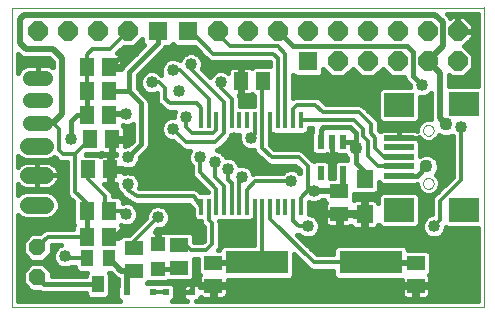
<source format=gtl>
G75*
G70*
%OFA0B0*%
%FSLAX24Y24*%
%IPPOS*%
%LPD*%
%AMOC8*
5,1,8,0,0,1.08239X$1,22.5*
%
%ADD10C,0.0000*%
%ADD11R,0.2100X0.0760*%
%ADD12R,0.0591X0.0512*%
%ADD13R,0.0512X0.0591*%
%ADD14R,0.0472X0.0472*%
%ADD15R,0.0630X0.0512*%
%ADD16C,0.0560*%
%ADD17R,0.0512X0.0630*%
%ADD18R,0.0984X0.0787*%
%ADD19R,0.0984X0.0197*%
%ADD20OC8,0.0560*%
%ADD21C,0.0516*%
%ADD22R,0.0640X0.0640*%
%ADD23OC8,0.0640*%
%ADD24R,0.0394X0.0551*%
%ADD25R,0.0236X0.0236*%
%ADD26R,0.0137X0.0550*%
%ADD27R,0.0217X0.0472*%
%ADD28R,0.0551X0.0630*%
%ADD29C,0.0140*%
%ADD30C,0.0200*%
%ADD31C,0.0160*%
%ADD32C,0.0400*%
%ADD33C,0.0436*%
D10*
X001678Y005413D02*
X001678Y015410D01*
X017403Y015410D01*
X017403Y015411D01*
X017403Y015410D02*
X017403Y005413D01*
X017403Y005411D01*
X017403Y005413D02*
X001678Y005413D01*
X015387Y009546D02*
X015389Y009572D01*
X015395Y009598D01*
X015405Y009623D01*
X015418Y009646D01*
X015434Y009666D01*
X015454Y009684D01*
X015476Y009699D01*
X015499Y009711D01*
X015525Y009719D01*
X015551Y009723D01*
X015577Y009723D01*
X015603Y009719D01*
X015629Y009711D01*
X015653Y009699D01*
X015674Y009684D01*
X015694Y009666D01*
X015710Y009646D01*
X015723Y009623D01*
X015733Y009598D01*
X015739Y009572D01*
X015741Y009546D01*
X015739Y009520D01*
X015733Y009494D01*
X015723Y009469D01*
X015710Y009446D01*
X015694Y009426D01*
X015674Y009408D01*
X015652Y009393D01*
X015629Y009381D01*
X015603Y009373D01*
X015577Y009369D01*
X015551Y009369D01*
X015525Y009373D01*
X015499Y009381D01*
X015475Y009393D01*
X015454Y009408D01*
X015434Y009426D01*
X015418Y009446D01*
X015405Y009469D01*
X015395Y009494D01*
X015389Y009520D01*
X015387Y009546D01*
X015387Y011317D02*
X015389Y011343D01*
X015395Y011369D01*
X015405Y011394D01*
X015418Y011417D01*
X015434Y011437D01*
X015454Y011455D01*
X015476Y011470D01*
X015499Y011482D01*
X015525Y011490D01*
X015551Y011494D01*
X015577Y011494D01*
X015603Y011490D01*
X015629Y011482D01*
X015653Y011470D01*
X015674Y011455D01*
X015694Y011437D01*
X015710Y011417D01*
X015723Y011394D01*
X015733Y011369D01*
X015739Y011343D01*
X015741Y011317D01*
X015739Y011291D01*
X015733Y011265D01*
X015723Y011240D01*
X015710Y011217D01*
X015694Y011197D01*
X015674Y011179D01*
X015652Y011164D01*
X015629Y011152D01*
X015603Y011144D01*
X015577Y011140D01*
X015551Y011140D01*
X015525Y011144D01*
X015499Y011152D01*
X015475Y011164D01*
X015454Y011179D01*
X015434Y011197D01*
X015418Y011217D01*
X015405Y011240D01*
X015395Y011265D01*
X015389Y011291D01*
X015387Y011317D01*
D11*
X013643Y006911D03*
X009843Y006911D03*
D12*
X008393Y006886D03*
X008393Y006137D03*
X012593Y008537D03*
X012593Y009286D03*
X015143Y006886D03*
X015143Y006137D03*
D13*
X004917Y007761D03*
X004169Y007761D03*
X004219Y010011D03*
X004967Y010011D03*
X005017Y011011D03*
X004269Y011011D03*
X004169Y012611D03*
X004917Y012611D03*
X004917Y013411D03*
X004169Y013411D03*
X009319Y012961D03*
X010067Y012961D03*
D14*
X006543Y007525D03*
X006543Y006698D03*
D15*
X007243Y006737D03*
X007243Y007486D03*
X005743Y007386D03*
X005743Y006637D03*
D16*
X002792Y008828D02*
X002232Y008828D01*
X002232Y009812D02*
X002792Y009812D01*
X002792Y010796D02*
X002232Y010796D01*
D17*
X004169Y011811D03*
X004917Y011811D03*
X004917Y008611D03*
X004169Y008611D03*
D18*
X014580Y008660D03*
X016746Y008660D03*
X016746Y012203D03*
X014580Y012164D03*
D19*
X014580Y011061D03*
X014580Y010746D03*
X014580Y010431D03*
X014580Y010117D03*
X014580Y009802D03*
D20*
X002523Y007411D03*
X002523Y006411D03*
D21*
X002286Y011563D02*
X002801Y011563D01*
X002801Y012311D02*
X002286Y012311D01*
X002286Y013063D02*
X002801Y013063D01*
D22*
X006543Y014611D03*
X007543Y014611D03*
X011543Y013611D03*
D23*
X012543Y013611D03*
X013543Y013611D03*
X014543Y013611D03*
X015543Y013611D03*
X016543Y013611D03*
X016543Y014611D03*
X015543Y014611D03*
X014543Y014611D03*
X013543Y014611D03*
X012543Y014611D03*
X011543Y014611D03*
X010543Y014611D03*
X009543Y014611D03*
X008543Y014611D03*
X005543Y014611D03*
X004543Y014611D03*
X003543Y014611D03*
X002543Y014611D03*
D24*
X004169Y007045D03*
X004917Y007045D03*
X004543Y006178D03*
D25*
X005510Y005911D03*
X006376Y005911D03*
X006810Y005911D03*
X007676Y005911D03*
D26*
X007979Y008772D03*
X008235Y008772D03*
X008491Y008772D03*
X008747Y008772D03*
X009003Y008772D03*
X009259Y008772D03*
X009515Y008772D03*
X009771Y008772D03*
X010027Y008772D03*
X010283Y008772D03*
X010539Y008772D03*
X010794Y008772D03*
X011050Y008772D03*
X011306Y008772D03*
X011306Y011651D03*
X011050Y011651D03*
X010794Y011651D03*
X010539Y011651D03*
X010283Y011651D03*
X010027Y011651D03*
X009771Y011651D03*
X009515Y011651D03*
X009259Y011651D03*
X009003Y011651D03*
X008747Y011651D03*
X008491Y011651D03*
X008235Y011651D03*
X007979Y011651D03*
D27*
X011969Y010923D03*
X012343Y010923D03*
X012717Y010923D03*
X012717Y009900D03*
X011969Y009900D03*
D28*
X013443Y009702D03*
X013443Y008521D03*
D29*
X011743Y009286D02*
X011569Y009286D01*
X011543Y009311D01*
X011306Y009075D01*
X011306Y008772D01*
X011050Y008772D02*
X011050Y008304D01*
X011243Y008111D01*
X011543Y008111D01*
X011743Y006911D02*
X010283Y008372D01*
X010283Y008772D01*
X010027Y008772D02*
X010027Y007028D01*
X010043Y007011D01*
X009943Y007011D01*
X009843Y006911D01*
X008343Y007511D02*
X008343Y008211D01*
X008243Y008311D01*
X008243Y008765D01*
X008235Y008772D01*
X007979Y008772D02*
X007740Y009111D01*
X005843Y009111D01*
X005543Y009311D01*
X005543Y009511D01*
X004793Y009111D02*
X004793Y008736D01*
X004917Y008611D01*
X005443Y008611D01*
X005493Y008511D01*
X004793Y009111D02*
X004219Y009686D01*
X004219Y010011D01*
X003793Y010536D02*
X003369Y010536D01*
X003243Y010661D01*
X003243Y011361D01*
X003043Y011561D01*
X002546Y011561D01*
X003793Y010536D02*
X003793Y009261D01*
X004143Y008911D01*
X004143Y008637D01*
X004169Y008611D01*
X004169Y007761D02*
X002873Y007761D01*
X002523Y007411D01*
X003443Y007111D02*
X003510Y007045D01*
X004169Y007045D01*
X005743Y007386D02*
X005743Y007611D01*
X006543Y008411D01*
X007243Y007486D02*
X007469Y007486D01*
X007643Y007311D01*
X008143Y007311D01*
X008343Y007511D01*
X009643Y008011D02*
X009771Y008139D01*
X009771Y008772D01*
X009515Y008772D02*
X009515Y009334D01*
X009793Y009611D01*
X010993Y009611D01*
X011543Y009311D02*
X011543Y010111D01*
X011243Y010411D01*
X010343Y010411D01*
X010027Y010728D01*
X010027Y011651D01*
X010027Y012921D01*
X010067Y012961D01*
X009319Y012961D02*
X009319Y012436D01*
X009443Y012311D01*
X009003Y012351D02*
X008643Y012711D01*
X008643Y012911D01*
X008747Y012257D02*
X007643Y013361D01*
X007643Y013511D01*
X007293Y013311D02*
X007043Y013311D01*
X007143Y013311D01*
X007293Y013311D02*
X008235Y012369D01*
X008235Y011651D01*
X007979Y011651D02*
X007979Y012075D01*
X007843Y012211D01*
X006943Y012211D01*
X006793Y012361D01*
X006793Y012711D01*
X006593Y012911D01*
X006343Y012911D01*
X007493Y011761D02*
X007493Y011411D01*
X007693Y011211D01*
X008393Y011211D01*
X008493Y011311D01*
X008493Y011649D01*
X008491Y011651D01*
X008747Y011651D02*
X008747Y011216D01*
X008443Y010911D01*
X007493Y010911D01*
X007043Y011361D01*
X007943Y010411D02*
X007943Y009911D01*
X008491Y009363D01*
X008491Y008772D01*
X008747Y008772D02*
X008747Y009457D01*
X008443Y009761D01*
X008443Y010261D01*
X008893Y010011D02*
X008893Y009661D01*
X009003Y009551D01*
X009003Y008772D01*
X009259Y008772D02*
X009259Y009678D01*
X009343Y009761D01*
X009643Y011061D02*
X009771Y011189D01*
X009771Y011651D01*
X010283Y011651D02*
X010283Y011222D01*
X010543Y010961D01*
X010393Y010961D02*
X010283Y011072D01*
X010283Y011651D01*
X010539Y011651D02*
X010543Y011855D01*
X010543Y013711D01*
X010393Y013861D01*
X008393Y013861D01*
X007743Y014511D01*
X007643Y014511D01*
X007543Y014611D01*
X008543Y014611D02*
X008543Y014511D01*
X008943Y014111D01*
X010543Y014111D01*
X010794Y013860D01*
X010794Y011651D01*
X011050Y011651D02*
X011050Y012019D01*
X011193Y012161D01*
X011793Y012161D01*
X012043Y011911D01*
X013243Y011911D01*
X013643Y011511D01*
X013643Y011211D01*
X013793Y011061D01*
X013793Y010711D01*
X014073Y010431D01*
X014580Y010431D01*
X014580Y010117D02*
X013888Y010117D01*
X013543Y010461D01*
X013543Y010961D01*
X013393Y011111D01*
X013393Y011361D01*
X013093Y011661D01*
X011317Y011661D01*
X011306Y011651D01*
X009003Y011651D02*
X009003Y012351D01*
X008747Y012257D02*
X008747Y011651D01*
X005543Y014611D02*
X004943Y014011D01*
X004343Y014011D01*
X004169Y013837D01*
X004169Y013411D01*
X004169Y012611D01*
X004269Y011011D02*
X003793Y010536D01*
X011743Y006911D02*
X013643Y006911D01*
X015743Y008111D02*
X015943Y008311D01*
X015943Y008961D01*
X016643Y009661D01*
X016643Y011411D01*
X006810Y005911D02*
X006376Y005911D01*
D30*
X005510Y005911D02*
X005510Y006604D01*
X005543Y006637D01*
X005743Y006637D01*
X005543Y006637D02*
X005324Y006637D01*
X004917Y007045D01*
X008393Y006886D02*
X009517Y006886D01*
X009543Y006911D01*
X009843Y006911D01*
X013643Y006911D02*
X013843Y006911D01*
X013869Y006886D01*
X015143Y006886D01*
X012717Y009410D02*
X012593Y009286D01*
X011743Y009286D01*
X012717Y009410D02*
X012717Y009900D01*
X015943Y011711D02*
X016143Y011511D01*
X015943Y011711D02*
X015943Y013211D01*
X015543Y013611D01*
X016043Y014111D01*
X016043Y014911D01*
X015793Y015161D01*
X002093Y015161D01*
X001943Y015011D01*
X001943Y014211D01*
X002143Y014011D01*
X003043Y014011D01*
X003343Y013711D01*
X003343Y011861D01*
X003043Y011561D01*
X002544Y011563D02*
X002542Y011561D01*
X002143Y011561D01*
X004917Y011811D02*
X004967Y011861D01*
X005493Y011861D01*
X010067Y012961D02*
X010193Y013086D01*
D31*
X010273Y013457D02*
X009728Y013457D01*
X009677Y013406D01*
X009644Y013424D01*
X009598Y013437D01*
X009367Y013437D01*
X009367Y013010D01*
X009271Y013010D01*
X009271Y013437D01*
X009039Y013437D01*
X008993Y013424D01*
X008952Y013401D01*
X008919Y013367D01*
X008895Y013326D01*
X008883Y013280D01*
X008883Y013237D01*
X008869Y013251D01*
X008722Y013311D01*
X008563Y013311D01*
X008416Y013251D01*
X008304Y013138D01*
X008287Y013099D01*
X008017Y013369D01*
X008043Y013432D01*
X008043Y013591D01*
X007982Y013738D01*
X007869Y013851D01*
X007722Y013911D01*
X007563Y013911D01*
X007416Y013851D01*
X007304Y013738D01*
X007268Y013651D01*
X007122Y013711D01*
X006963Y013711D01*
X006816Y013651D01*
X006704Y013538D01*
X006643Y013391D01*
X006643Y013232D01*
X006667Y013173D01*
X006647Y013181D01*
X006638Y013181D01*
X006569Y013251D01*
X006422Y013311D01*
X006263Y013311D01*
X006116Y013251D01*
X006004Y013138D01*
X005943Y012991D01*
X005943Y012832D01*
X006004Y012685D01*
X006116Y012572D01*
X006263Y012511D01*
X006422Y012511D01*
X006523Y012553D01*
X006523Y012308D01*
X006564Y012209D01*
X006640Y012133D01*
X006790Y011983D01*
X006889Y011941D01*
X006997Y011941D01*
X007134Y011941D01*
X007093Y011841D01*
X007093Y011761D01*
X006963Y011761D01*
X006816Y011701D01*
X006704Y011588D01*
X006643Y011441D01*
X006643Y011282D01*
X006704Y011135D01*
X006816Y011022D01*
X006963Y010961D01*
X007061Y010961D01*
X007340Y010683D01*
X007439Y010641D01*
X007547Y010641D01*
X007607Y010641D01*
X007604Y010638D01*
X007543Y010491D01*
X007543Y010332D01*
X007604Y010185D01*
X007673Y010116D01*
X007673Y009858D01*
X007714Y009759D01*
X007790Y009683D01*
X008221Y009251D01*
X008221Y009247D01*
X008084Y009247D01*
X007976Y009247D01*
X007969Y009264D01*
X007947Y009286D01*
X007930Y009311D01*
X007910Y009324D01*
X007893Y009340D01*
X007865Y009352D01*
X007839Y009368D01*
X007816Y009372D01*
X007794Y009381D01*
X007763Y009381D01*
X007733Y009387D01*
X007710Y009381D01*
X005925Y009381D01*
X005922Y009383D01*
X005943Y009432D01*
X005943Y009591D01*
X005882Y009738D01*
X005769Y009851D01*
X005622Y009911D01*
X005463Y009911D01*
X005403Y009886D01*
X005403Y009963D01*
X005015Y009963D01*
X005015Y009536D01*
X005143Y009536D01*
X005143Y009432D01*
X005204Y009285D01*
X005301Y009188D01*
X005304Y009184D01*
X005314Y009159D01*
X005333Y009139D01*
X005348Y009117D01*
X005371Y009102D01*
X005390Y009083D01*
X005415Y009072D01*
X005671Y008902D01*
X005690Y008883D01*
X005715Y008872D01*
X005738Y008857D01*
X005764Y008852D01*
X005789Y008841D01*
X005816Y008841D01*
X005843Y008836D01*
X005869Y008841D01*
X007600Y008841D01*
X007711Y008684D01*
X007711Y008414D01*
X007828Y008297D01*
X007973Y008297D01*
X007973Y008258D01*
X008014Y008159D01*
X008073Y008100D01*
X008073Y007623D01*
X008031Y007581D01*
X007758Y007581D01*
X007758Y007824D01*
X007641Y007941D01*
X006845Y007941D01*
X006836Y007932D01*
X006803Y007941D01*
X006581Y007941D01*
X006581Y007563D01*
X006505Y007563D01*
X006505Y007941D01*
X006454Y007941D01*
X006525Y008011D01*
X006622Y008011D01*
X006769Y008072D01*
X006882Y008185D01*
X006943Y008332D01*
X006943Y008491D01*
X006882Y008638D01*
X006769Y008751D01*
X006622Y008811D01*
X006463Y008811D01*
X006316Y008751D01*
X006204Y008638D01*
X006143Y008491D01*
X006143Y008393D01*
X005591Y007841D01*
X005353Y007841D01*
X005353Y008080D01*
X005340Y008126D01*
X005329Y008147D01*
X005413Y008111D01*
X005572Y008111D01*
X005719Y008172D01*
X005832Y008285D01*
X005893Y008432D01*
X005893Y008591D01*
X005832Y008738D01*
X005719Y008851D01*
X005572Y008911D01*
X005413Y008911D01*
X005373Y008895D01*
X005373Y009009D01*
X005256Y009126D01*
X005063Y009126D01*
X005063Y009165D01*
X005022Y009264D01*
X004946Y009340D01*
X004750Y009536D01*
X004919Y009536D01*
X004919Y009963D01*
X005015Y009963D01*
X005015Y010059D01*
X005347Y010059D01*
X005463Y010011D01*
X005622Y010011D01*
X005769Y010072D01*
X005882Y010185D01*
X005943Y010332D01*
X005943Y010416D01*
X006151Y010624D01*
X006230Y010703D01*
X006273Y010806D01*
X006273Y012156D01*
X006273Y012267D01*
X006230Y012370D01*
X005873Y012727D01*
X005873Y013146D01*
X006780Y014053D01*
X006796Y014091D01*
X006946Y014091D01*
X007043Y014189D01*
X007140Y014091D01*
X007781Y014091D01*
X008164Y013709D01*
X008240Y013633D01*
X008339Y013591D01*
X010273Y013591D01*
X010273Y013457D01*
X010273Y013556D02*
X008043Y013556D01*
X008028Y013397D02*
X008949Y013397D01*
X008883Y013239D02*
X008881Y013239D01*
X009271Y013239D02*
X009367Y013239D01*
X009367Y013397D02*
X009271Y013397D01*
X009271Y013080D02*
X009367Y013080D01*
X009367Y012913D02*
X009367Y012486D01*
X009598Y012486D01*
X009644Y012499D01*
X009677Y012517D01*
X009728Y012466D01*
X009757Y012466D01*
X009757Y012126D01*
X009666Y012126D01*
X009364Y012126D01*
X009273Y012126D01*
X009273Y012298D01*
X009273Y012405D01*
X009239Y012486D01*
X009271Y012486D01*
X009271Y012913D01*
X009367Y012913D01*
X009367Y012763D02*
X009271Y012763D01*
X009271Y012604D02*
X009367Y012604D01*
X009256Y012446D02*
X009757Y012446D01*
X009757Y012287D02*
X009273Y012287D01*
X009273Y012129D02*
X009757Y012129D01*
X009257Y011176D02*
X009243Y011141D01*
X009243Y010982D01*
X009304Y010835D01*
X009416Y010722D01*
X009563Y010661D01*
X009722Y010661D01*
X009757Y010676D01*
X009757Y010674D01*
X009798Y010575D01*
X010114Y010259D01*
X010114Y010259D01*
X010190Y010183D01*
X010289Y010141D01*
X011131Y010141D01*
X011273Y010000D01*
X011273Y009897D01*
X011219Y009951D01*
X011072Y010011D01*
X010913Y010011D01*
X010766Y009951D01*
X010697Y009881D01*
X009739Y009881D01*
X009728Y009877D01*
X009682Y009988D01*
X009569Y010101D01*
X009422Y010161D01*
X009264Y010161D01*
X009232Y010238D01*
X009119Y010351D01*
X008972Y010411D01*
X008814Y010411D01*
X008782Y010488D01*
X008669Y010601D01*
X008534Y010657D01*
X008596Y010683D01*
X008672Y010759D01*
X008976Y011063D01*
X009017Y011162D01*
X009017Y011176D01*
X009108Y011176D01*
X009257Y011176D01*
X009243Y011019D02*
X008932Y011019D01*
X008774Y010861D02*
X009293Y010861D01*
X009466Y010702D02*
X008615Y010702D01*
X008727Y010543D02*
X009829Y010543D01*
X009988Y010385D02*
X009037Y010385D01*
X009237Y010226D02*
X010146Y010226D01*
X009715Y009909D02*
X010725Y009909D01*
X011205Y010068D02*
X009602Y010068D01*
X010297Y010839D02*
X010455Y010681D01*
X011189Y010681D01*
X011297Y010681D01*
X011396Y010640D01*
X011696Y010340D01*
X011739Y010297D01*
X011778Y010336D01*
X012160Y010336D01*
X012277Y010219D01*
X012277Y009741D01*
X012409Y009741D01*
X012409Y010219D01*
X012526Y010336D01*
X012863Y010336D01*
X012863Y010400D01*
X012788Y010475D01*
X012783Y010487D01*
X012526Y010487D01*
X012499Y010514D01*
X012475Y010507D01*
X012343Y010507D01*
X012343Y010923D01*
X012343Y010923D01*
X012343Y010507D01*
X012211Y010507D01*
X012186Y010514D01*
X012160Y010487D01*
X011778Y010487D01*
X011661Y010604D01*
X011661Y011242D01*
X011689Y011271D01*
X011689Y011391D01*
X011575Y011391D01*
X011575Y011293D01*
X011458Y011176D01*
X011155Y011176D01*
X010899Y011176D01*
X010643Y011176D01*
X010387Y011176D01*
X010367Y011196D01*
X010297Y011196D01*
X010297Y010839D01*
X010297Y010861D02*
X011661Y010861D01*
X011661Y011019D02*
X010297Y011019D01*
X010297Y011178D02*
X010385Y011178D01*
X010434Y010702D02*
X011661Y010702D01*
X011721Y010543D02*
X011493Y010543D01*
X011651Y010385D02*
X012863Y010385D01*
X013143Y010211D02*
X013143Y010711D01*
X013131Y010723D01*
X013143Y010711D02*
X013143Y010911D01*
X013131Y010923D01*
X012717Y010923D01*
X012343Y010861D02*
X012343Y010861D01*
X012343Y010702D02*
X012343Y010702D01*
X012343Y010543D02*
X012343Y010543D01*
X012269Y010226D02*
X012416Y010226D01*
X012409Y010068D02*
X012277Y010068D01*
X012277Y009909D02*
X012409Y009909D01*
X012409Y009751D02*
X012277Y009751D01*
X013143Y010211D02*
X013443Y009911D01*
X013443Y009702D01*
X013918Y009590D02*
X014005Y009503D01*
X015155Y009503D01*
X015174Y009522D01*
X015187Y009522D01*
X015187Y009471D01*
X015245Y009332D01*
X015351Y009226D01*
X015489Y009169D01*
X015639Y009169D01*
X015778Y009226D01*
X015884Y009332D01*
X015942Y009471D01*
X015942Y009621D01*
X015884Y009759D01*
X015808Y009835D01*
X015847Y009875D01*
X015911Y010028D01*
X015911Y010195D01*
X015847Y010348D01*
X015730Y010466D01*
X015576Y010530D01*
X015410Y010530D01*
X015272Y010473D01*
X015272Y010565D01*
X015272Y010928D01*
X015252Y010948D01*
X015252Y011061D01*
X014581Y011061D01*
X014581Y011062D01*
X015252Y011062D01*
X015252Y011096D01*
X015351Y010998D01*
X015489Y010940D01*
X015639Y010940D01*
X015778Y010998D01*
X015884Y011104D01*
X015906Y011157D01*
X016060Y011093D01*
X016226Y011093D01*
X016346Y011143D01*
X016373Y011116D01*
X016373Y009773D01*
X015790Y009190D01*
X015714Y009114D01*
X015673Y009015D01*
X015673Y008511D01*
X015663Y008511D01*
X015516Y008451D01*
X015404Y008338D01*
X015343Y008191D01*
X015343Y008032D01*
X015404Y007885D01*
X015516Y007772D01*
X015663Y007711D01*
X015822Y007711D01*
X015969Y007772D01*
X016082Y007885D01*
X016143Y008032D01*
X016143Y008094D01*
X016171Y008066D01*
X017203Y008066D01*
X017203Y005613D01*
X007818Y005613D01*
X007863Y005626D01*
X007905Y005649D01*
X007938Y005683D01*
X007962Y005724D01*
X007970Y005755D01*
X007987Y005738D01*
X008028Y005714D01*
X008074Y005702D01*
X008345Y005702D01*
X008345Y006089D01*
X008441Y006089D01*
X008441Y005702D01*
X008712Y005702D01*
X008758Y005714D01*
X008799Y005738D01*
X008832Y005771D01*
X008856Y005812D01*
X008868Y005858D01*
X008868Y006089D01*
X008441Y006089D01*
X008441Y006185D01*
X008868Y006185D01*
X008868Y006331D01*
X010976Y006331D01*
X011093Y006449D01*
X011093Y007180D01*
X011590Y006683D01*
X011689Y006641D01*
X011797Y006641D01*
X012393Y006641D01*
X012393Y006449D01*
X012510Y006331D01*
X014668Y006331D01*
X014668Y006185D01*
X015095Y006185D01*
X015095Y006089D01*
X015191Y006089D01*
X015191Y005702D01*
X015462Y005702D01*
X015508Y005714D01*
X015549Y005738D01*
X015582Y005771D01*
X015606Y005812D01*
X015618Y005858D01*
X015618Y006089D01*
X015191Y006089D01*
X015191Y006185D01*
X015618Y006185D01*
X015618Y006417D01*
X015606Y006463D01*
X015587Y006496D01*
X015638Y006547D01*
X015638Y007224D01*
X015521Y007341D01*
X014893Y007341D01*
X014893Y007374D01*
X014776Y007491D01*
X012510Y007491D01*
X012393Y007374D01*
X012393Y007181D01*
X011855Y007181D01*
X011195Y007841D01*
X011247Y007841D01*
X011316Y007772D01*
X011463Y007711D01*
X011622Y007711D01*
X011769Y007772D01*
X011882Y007885D01*
X011943Y008032D01*
X011943Y008191D01*
X011882Y008338D01*
X011769Y008451D01*
X011622Y008511D01*
X011575Y008511D01*
X011575Y008715D01*
X011576Y008718D01*
X011576Y008922D01*
X011663Y008886D01*
X011822Y008886D01*
X011969Y008946D01*
X012008Y008986D01*
X012098Y008986D01*
X012098Y008947D01*
X012149Y008896D01*
X012130Y008863D01*
X012118Y008817D01*
X012118Y008585D01*
X012545Y008585D01*
X012545Y008489D01*
X012641Y008489D01*
X012641Y008102D01*
X012912Y008102D01*
X012958Y008114D01*
X012999Y008138D01*
X013000Y008136D01*
X013023Y008095D01*
X013057Y008062D01*
X013098Y008038D01*
X013144Y008026D01*
X013385Y008026D01*
X013385Y008463D01*
X013501Y008463D01*
X013501Y008026D01*
X013742Y008026D01*
X013788Y008038D01*
X013829Y008062D01*
X013862Y008095D01*
X013886Y008136D01*
X013896Y008175D01*
X014005Y008066D01*
X015155Y008066D01*
X015272Y008183D01*
X015272Y009136D01*
X015155Y009254D01*
X014005Y009254D01*
X013888Y009136D01*
X013888Y008898D01*
X013886Y008905D01*
X013862Y008946D01*
X013829Y008980D01*
X013788Y009004D01*
X013742Y009016D01*
X013501Y009016D01*
X013501Y008579D01*
X013385Y008579D01*
X013385Y009016D01*
X013144Y009016D01*
X013098Y009004D01*
X013088Y008998D01*
X013088Y009187D01*
X013801Y009187D01*
X013918Y009304D01*
X013918Y009590D01*
X013918Y009434D02*
X015203Y009434D01*
X015302Y009275D02*
X013889Y009275D01*
X013888Y009117D02*
X013088Y009117D01*
X013385Y008958D02*
X013501Y008958D01*
X013501Y008799D02*
X013385Y008799D01*
X013385Y008641D02*
X013501Y008641D01*
X013385Y008579D02*
X012987Y008579D01*
X012987Y008585D01*
X012641Y008585D01*
X012641Y008489D01*
X013068Y008489D01*
X013068Y008463D01*
X013385Y008463D01*
X013385Y008579D01*
X013385Y008482D02*
X013068Y008482D01*
X013385Y008324D02*
X013501Y008324D01*
X013501Y008165D02*
X013385Y008165D01*
X012999Y008138D02*
X012999Y008138D01*
X012641Y008165D02*
X012545Y008165D01*
X012545Y008102D02*
X012545Y008489D01*
X012118Y008489D01*
X012118Y008258D01*
X012130Y008212D01*
X012154Y008171D01*
X012187Y008138D01*
X012228Y008114D01*
X012274Y008102D01*
X012545Y008102D01*
X012545Y008324D02*
X012641Y008324D01*
X012641Y008482D02*
X012545Y008482D01*
X012118Y008482D02*
X011693Y008482D01*
X011575Y008641D02*
X012118Y008641D01*
X012118Y008799D02*
X011576Y008799D01*
X011981Y008958D02*
X012098Y008958D01*
X012118Y008324D02*
X011888Y008324D01*
X011943Y008165D02*
X012159Y008165D01*
X011932Y008007D02*
X015353Y008007D01*
X015343Y008165D02*
X015254Y008165D01*
X015272Y008324D02*
X015398Y008324D01*
X015272Y008482D02*
X015593Y008482D01*
X015673Y008641D02*
X015272Y008641D01*
X015272Y008799D02*
X015673Y008799D01*
X015673Y008958D02*
X015272Y008958D01*
X015272Y009117D02*
X015716Y009117D01*
X015827Y009275D02*
X015875Y009275D01*
X015926Y009434D02*
X016033Y009434D01*
X015942Y009592D02*
X016192Y009592D01*
X016350Y009751D02*
X015888Y009751D01*
X015862Y009909D02*
X016373Y009909D01*
X016373Y010068D02*
X015911Y010068D01*
X015898Y010226D02*
X016373Y010226D01*
X016373Y010385D02*
X015811Y010385D01*
X015493Y010111D02*
X015183Y009802D01*
X014580Y009802D01*
X015272Y010543D02*
X016373Y010543D01*
X016373Y010702D02*
X015272Y010702D01*
X015272Y010861D02*
X016373Y010861D01*
X016373Y011019D02*
X015800Y011019D01*
X015329Y011019D02*
X015252Y011019D01*
X015187Y011299D02*
X015183Y011304D01*
X015142Y011328D01*
X015096Y011340D01*
X014580Y011340D01*
X014064Y011340D01*
X014019Y011328D01*
X013977Y011304D01*
X013955Y011281D01*
X013913Y011323D01*
X013913Y011458D01*
X013913Y011565D01*
X013872Y011664D01*
X013472Y012064D01*
X013396Y012140D01*
X013297Y012181D01*
X012155Y012181D01*
X011946Y012390D01*
X011847Y012431D01*
X011739Y012431D01*
X011247Y012431D01*
X011139Y012431D01*
X011064Y012400D01*
X011064Y013167D01*
X011140Y013091D01*
X011946Y013091D01*
X012063Y013209D01*
X012063Y013356D01*
X012327Y013091D01*
X012758Y013091D01*
X013043Y013376D01*
X013327Y013091D01*
X013758Y013091D01*
X014043Y013376D01*
X014327Y013091D01*
X014758Y013091D01*
X014763Y013096D01*
X014763Y013056D01*
X014805Y012953D01*
X014943Y012816D01*
X014943Y012757D01*
X014005Y012757D01*
X013888Y012640D01*
X013888Y011687D01*
X014005Y011570D01*
X015155Y011570D01*
X015272Y011687D01*
X015272Y012411D01*
X015422Y012411D01*
X015569Y012472D01*
X015643Y012546D01*
X015643Y011771D01*
X015643Y011693D01*
X015639Y011694D01*
X015489Y011694D01*
X015351Y011637D01*
X015245Y011531D01*
X015187Y011392D01*
X015187Y011299D01*
X015187Y011336D02*
X015110Y011336D01*
X015230Y011495D02*
X013913Y011495D01*
X013922Y011653D02*
X013876Y011653D01*
X013888Y011812D02*
X013724Y011812D01*
X013566Y011970D02*
X013888Y011970D01*
X013888Y012129D02*
X013407Y012129D01*
X013888Y012287D02*
X012049Y012287D01*
X011064Y012446D02*
X013888Y012446D01*
X013888Y012604D02*
X011064Y012604D01*
X011064Y012763D02*
X014943Y012763D01*
X014837Y012922D02*
X011064Y012922D01*
X011064Y013080D02*
X014763Y013080D01*
X015043Y013111D02*
X015343Y012811D01*
X015043Y013111D02*
X015043Y013911D01*
X014843Y014111D01*
X011043Y014111D01*
X010543Y014611D01*
X012063Y013239D02*
X012180Y013239D01*
X012905Y013239D02*
X013180Y013239D01*
X013905Y013239D02*
X014180Y013239D01*
X015506Y012446D02*
X015643Y012446D01*
X015643Y012287D02*
X015272Y012287D01*
X015272Y012129D02*
X015643Y012129D01*
X015643Y011970D02*
X015272Y011970D01*
X015272Y011812D02*
X015643Y011812D01*
X015390Y011653D02*
X015238Y011653D01*
X014580Y011340D02*
X014580Y011062D01*
X014580Y011340D01*
X014580Y011336D02*
X014580Y011336D01*
X014580Y011178D02*
X014580Y011178D01*
X014580Y011062D02*
X014580Y011062D01*
X014051Y011336D02*
X013913Y011336D01*
X013143Y011211D02*
X013143Y010911D01*
X013143Y011211D02*
X012943Y011411D01*
X012043Y011411D01*
X011969Y011337D01*
X011969Y010923D01*
X011661Y011178D02*
X011459Y011178D01*
X011575Y011336D02*
X011689Y011336D01*
X011273Y009909D02*
X011261Y009909D01*
X013851Y008958D02*
X013888Y008958D01*
X013894Y008165D02*
X013906Y008165D01*
X014893Y007373D02*
X017203Y007373D01*
X017203Y007531D02*
X011505Y007531D01*
X011664Y007373D02*
X012393Y007373D01*
X012393Y007214D02*
X011822Y007214D01*
X011376Y006897D02*
X011093Y006897D01*
X011093Y007055D02*
X011217Y007055D01*
X011093Y006738D02*
X011534Y006738D01*
X011093Y006580D02*
X012393Y006580D01*
X012420Y006421D02*
X011065Y006421D01*
X009757Y007491D02*
X008710Y007491D01*
X008593Y007374D01*
X008593Y007341D01*
X008554Y007341D01*
X008572Y007359D01*
X008613Y007458D01*
X008613Y008158D01*
X008613Y008265D01*
X008600Y008297D01*
X008852Y008297D01*
X009108Y008297D01*
X009364Y008297D01*
X009666Y008297D01*
X009686Y008317D01*
X009757Y008317D01*
X009757Y007491D01*
X009757Y007531D02*
X008613Y007531D01*
X008613Y007690D02*
X009757Y007690D01*
X009757Y007848D02*
X008613Y007848D01*
X008613Y008007D02*
X009757Y008007D01*
X009757Y008165D02*
X008613Y008165D01*
X008073Y008007D02*
X006520Y008007D01*
X006505Y007848D02*
X006581Y007848D01*
X006581Y007690D02*
X006505Y007690D01*
X006862Y008165D02*
X008011Y008165D01*
X007801Y008324D02*
X006939Y008324D01*
X006943Y008482D02*
X007711Y008482D01*
X007711Y008641D02*
X006879Y008641D01*
X006651Y008799D02*
X007630Y008799D01*
X007958Y009275D02*
X008197Y009275D01*
X008039Y009434D02*
X005943Y009434D01*
X005942Y009592D02*
X007880Y009592D01*
X007722Y009751D02*
X005869Y009751D01*
X005628Y009909D02*
X007673Y009909D01*
X007673Y010068D02*
X005758Y010068D01*
X005899Y010226D02*
X007587Y010226D01*
X007543Y010385D02*
X005943Y010385D01*
X006071Y010543D02*
X007565Y010543D01*
X007321Y010702D02*
X006229Y010702D01*
X006273Y010861D02*
X007162Y010861D01*
X006824Y011019D02*
X006273Y011019D01*
X006273Y011178D02*
X006686Y011178D01*
X006643Y011336D02*
X006273Y011336D01*
X006273Y011495D02*
X006665Y011495D01*
X006769Y011653D02*
X006273Y011653D01*
X006273Y011812D02*
X007093Y011812D01*
X006820Y011970D02*
X006273Y011970D01*
X006273Y012129D02*
X006644Y012129D01*
X006531Y012287D02*
X006264Y012287D01*
X006154Y012446D02*
X006523Y012446D01*
X006084Y012604D02*
X005996Y012604D01*
X005971Y012763D02*
X005873Y012763D01*
X005873Y012922D02*
X005943Y012922D01*
X005980Y013080D02*
X005873Y013080D01*
X005966Y013239D02*
X006104Y013239D01*
X006124Y013397D02*
X006645Y013397D01*
X006643Y013239D02*
X006581Y013239D01*
X006721Y013556D02*
X006283Y013556D01*
X006442Y013714D02*
X007294Y013714D01*
X007470Y013873D02*
X006600Y013873D01*
X006759Y014031D02*
X007841Y014031D01*
X007816Y013873D02*
X008000Y013873D01*
X007992Y013714D02*
X008158Y013714D01*
X008147Y013239D02*
X008404Y013239D01*
X006543Y014211D02*
X005593Y013261D01*
X005593Y012611D01*
X005993Y012211D01*
X005993Y010861D01*
X005543Y010411D01*
X005162Y010536D02*
X005143Y010491D01*
X005143Y010487D01*
X005015Y010487D01*
X005015Y010060D01*
X004919Y010060D01*
X004919Y010487D01*
X004687Y010487D01*
X004641Y010474D01*
X004609Y010456D01*
X004558Y010507D01*
X004146Y010507D01*
X004155Y010516D01*
X004608Y010516D01*
X004659Y010567D01*
X004691Y010549D01*
X004737Y010536D01*
X004969Y010536D01*
X004969Y010963D01*
X005065Y010963D01*
X005065Y010536D01*
X005162Y010536D01*
X005065Y010543D02*
X004969Y010543D01*
X004969Y010702D02*
X005065Y010702D01*
X005065Y010861D02*
X004969Y010861D01*
X005065Y010963D02*
X005065Y011059D01*
X005453Y011059D01*
X005453Y011330D01*
X005440Y011376D01*
X005417Y011417D01*
X005383Y011451D01*
X005373Y011457D01*
X005373Y011478D01*
X005413Y011461D01*
X005572Y011461D01*
X005713Y011520D01*
X005713Y010977D01*
X005547Y010811D01*
X005463Y010811D01*
X005453Y010807D01*
X005453Y010963D01*
X005065Y010963D01*
X005065Y011019D02*
X005713Y011019D01*
X005713Y011178D02*
X005453Y011178D01*
X005451Y011336D02*
X005713Y011336D01*
X005713Y011495D02*
X005652Y011495D01*
X005017Y011011D02*
X004967Y010011D01*
X004919Y010068D02*
X005015Y010068D01*
X005015Y010226D02*
X004919Y010226D01*
X004919Y010385D02*
X005015Y010385D01*
X004710Y010543D02*
X004635Y010543D01*
X005453Y010861D02*
X005596Y010861D01*
X005458Y009909D02*
X005403Y009909D01*
X005015Y009909D02*
X004919Y009909D01*
X004919Y009751D02*
X005015Y009751D01*
X005015Y009592D02*
X004919Y009592D01*
X004852Y009434D02*
X005143Y009434D01*
X005214Y009275D02*
X005011Y009275D01*
X005265Y009117D02*
X005349Y009117D01*
X005373Y008958D02*
X005586Y008958D01*
X005771Y008799D02*
X006434Y008799D01*
X006207Y008641D02*
X005872Y008641D01*
X005893Y008482D02*
X006143Y008482D01*
X006073Y008324D02*
X005848Y008324D01*
X005915Y008165D02*
X005702Y008165D01*
X005756Y008007D02*
X005353Y008007D01*
X005443Y008111D02*
X005093Y007761D01*
X004917Y007761D01*
X004965Y007713D02*
X004965Y007809D01*
X005313Y007809D01*
X005228Y007724D01*
X005228Y007713D01*
X004965Y007713D01*
X005353Y007848D02*
X005598Y007848D01*
X005643Y007386D02*
X005743Y007386D01*
X006543Y006698D02*
X007203Y006698D01*
X007243Y006737D01*
X007758Y006738D02*
X007898Y006738D01*
X007898Y006580D02*
X007758Y006580D01*
X007898Y006547D02*
X007898Y007041D01*
X007758Y007041D01*
X007758Y006399D01*
X007641Y006282D01*
X006882Y006282D01*
X006862Y006262D01*
X006224Y006262D01*
X006222Y006263D01*
X006223Y006263D01*
X006222Y006263D02*
X006189Y006230D01*
X006577Y006230D01*
X006593Y006214D01*
X006609Y006230D01*
X007011Y006230D01*
X007128Y006112D01*
X007128Y005711D01*
X007031Y005613D01*
X007534Y005613D01*
X007488Y005626D01*
X007447Y005649D01*
X007414Y005683D01*
X007390Y005724D01*
X007378Y005770D01*
X007378Y005911D01*
X007675Y005911D01*
X007675Y005912D01*
X007378Y005912D01*
X007378Y006053D01*
X007390Y006099D01*
X007414Y006140D01*
X007447Y006174D01*
X007488Y006197D01*
X007534Y006210D01*
X007676Y006210D01*
X007676Y005912D01*
X007676Y005912D01*
X007676Y006210D01*
X007818Y006210D01*
X007863Y006197D01*
X007905Y006174D01*
X007938Y006140D01*
X007962Y006099D01*
X007964Y006089D01*
X008345Y006089D01*
X008345Y006185D01*
X007918Y006185D01*
X007918Y006417D01*
X007930Y006463D01*
X007949Y006496D01*
X007898Y006547D01*
X007919Y006421D02*
X007758Y006421D01*
X007918Y006263D02*
X006863Y006263D01*
X007128Y006104D02*
X007393Y006104D01*
X007378Y005946D02*
X007128Y005946D01*
X007128Y005787D02*
X007378Y005787D01*
X007483Y005629D02*
X007046Y005629D01*
X007676Y005946D02*
X007676Y005946D01*
X007676Y006104D02*
X007676Y006104D01*
X007959Y006104D02*
X008345Y006104D01*
X008441Y006104D02*
X015095Y006104D01*
X015095Y006089D02*
X014668Y006089D01*
X014668Y005858D01*
X014680Y005812D01*
X014704Y005771D01*
X014737Y005738D01*
X014778Y005714D01*
X014824Y005702D01*
X015095Y005702D01*
X015095Y006089D01*
X015191Y006104D02*
X017203Y006104D01*
X017203Y005946D02*
X015618Y005946D01*
X015591Y005787D02*
X017203Y005787D01*
X017203Y005629D02*
X007869Y005629D01*
X008345Y005787D02*
X008441Y005787D01*
X008441Y005946D02*
X008345Y005946D01*
X008841Y005787D02*
X014694Y005787D01*
X014668Y005946D02*
X008868Y005946D01*
X008868Y006263D02*
X014668Y006263D01*
X015095Y005946D02*
X015191Y005946D01*
X015191Y005787D02*
X015095Y005787D01*
X015618Y006263D02*
X017203Y006263D01*
X017203Y006421D02*
X015617Y006421D01*
X015638Y006580D02*
X017203Y006580D01*
X017203Y006738D02*
X015638Y006738D01*
X015638Y006897D02*
X017203Y006897D01*
X017203Y007055D02*
X015638Y007055D01*
X015638Y007214D02*
X017203Y007214D01*
X017203Y007690D02*
X011346Y007690D01*
X011845Y007848D02*
X015440Y007848D01*
X016045Y007848D02*
X017203Y007848D01*
X017203Y008007D02*
X016132Y008007D01*
X008593Y007373D02*
X008577Y007373D01*
X008073Y007690D02*
X007758Y007690D01*
X007734Y007848D02*
X008073Y007848D01*
X007898Y006897D02*
X007758Y006897D01*
X005289Y005613D02*
X001878Y005613D01*
X001878Y008504D01*
X001960Y008421D01*
X002137Y008348D01*
X002888Y008348D01*
X003064Y008421D01*
X003199Y008556D01*
X003272Y008732D01*
X003272Y008923D01*
X003199Y009100D01*
X003064Y009235D01*
X002888Y009308D01*
X002137Y009308D01*
X001960Y009235D01*
X001878Y009152D01*
X001878Y009518D01*
X001881Y009512D01*
X001933Y009461D01*
X001991Y009419D01*
X002056Y009386D01*
X002125Y009363D01*
X002196Y009352D01*
X002512Y009352D01*
X002512Y009812D01*
X002512Y010272D01*
X002196Y010272D01*
X002125Y010261D01*
X002056Y010238D01*
X001991Y010205D01*
X001933Y010163D01*
X001881Y010112D01*
X001878Y010106D01*
X001878Y010472D01*
X001960Y010389D01*
X002137Y010316D01*
X002888Y010316D01*
X003064Y010389D01*
X003099Y010424D01*
X003216Y010307D01*
X003315Y010266D01*
X003423Y010266D01*
X003523Y010266D01*
X003523Y009315D01*
X003523Y009208D01*
X003564Y009109D01*
X003713Y008960D01*
X003713Y008214D01*
X003750Y008177D01*
X003713Y008140D01*
X003713Y008031D01*
X002927Y008031D01*
X002819Y008031D01*
X002720Y007990D01*
X002621Y007891D01*
X002324Y007891D01*
X002043Y007610D01*
X002043Y007213D01*
X002324Y006931D01*
X002722Y006931D01*
X003003Y007213D01*
X003003Y007491D01*
X003315Y007491D01*
X003216Y007451D01*
X003104Y007338D01*
X003043Y007191D01*
X003043Y007032D01*
X003104Y006885D01*
X003216Y006772D01*
X003363Y006711D01*
X003522Y006711D01*
X003669Y006772D01*
X003672Y006775D01*
X003772Y006775D01*
X003772Y006686D01*
X003889Y006569D01*
X004178Y006569D01*
X004146Y006537D01*
X004146Y006458D01*
X003003Y006458D01*
X003003Y006610D01*
X002722Y006891D01*
X002324Y006891D01*
X002043Y006610D01*
X002043Y006213D01*
X002324Y005931D01*
X002620Y005931D01*
X002700Y005898D01*
X002812Y005898D01*
X004146Y005898D01*
X004146Y005820D01*
X004263Y005703D01*
X004823Y005703D01*
X004940Y005820D01*
X004940Y006537D01*
X004907Y006569D01*
X004968Y006569D01*
X005154Y006383D01*
X005210Y006360D01*
X005210Y006131D01*
X005192Y006112D01*
X005192Y005711D01*
X005289Y005613D01*
X005274Y005629D02*
X001878Y005629D01*
X001878Y005787D02*
X004179Y005787D01*
X004543Y006178D02*
X002756Y006178D01*
X002523Y006411D01*
X002043Y006421D02*
X001878Y006421D01*
X001878Y006263D02*
X002043Y006263D01*
X002151Y006104D02*
X001878Y006104D01*
X001878Y005946D02*
X002310Y005946D01*
X002043Y006580D02*
X001878Y006580D01*
X001878Y006738D02*
X002171Y006738D01*
X001878Y006897D02*
X003099Y006897D01*
X003043Y007055D02*
X002846Y007055D01*
X003003Y007214D02*
X003052Y007214D01*
X003003Y007373D02*
X003138Y007373D01*
X003298Y006738D02*
X002875Y006738D01*
X003003Y006580D02*
X003878Y006580D01*
X003772Y006738D02*
X003587Y006738D01*
X004940Y006421D02*
X005116Y006421D01*
X005210Y006263D02*
X004940Y006263D01*
X004940Y006104D02*
X005192Y006104D01*
X005192Y005946D02*
X004940Y005946D01*
X004907Y005787D02*
X005192Y005787D01*
X002200Y007055D02*
X001878Y007055D01*
X001878Y007214D02*
X002043Y007214D01*
X002043Y007373D02*
X001878Y007373D01*
X001878Y007531D02*
X002043Y007531D01*
X002122Y007690D02*
X001878Y007690D01*
X001878Y007848D02*
X002281Y007848D01*
X001878Y008007D02*
X002759Y008007D01*
X001878Y008165D02*
X003739Y008165D01*
X003713Y008324D02*
X001878Y008324D01*
X001878Y008482D02*
X001899Y008482D01*
X003126Y008482D02*
X003713Y008482D01*
X003713Y008641D02*
X003234Y008641D01*
X003272Y008799D02*
X003713Y008799D01*
X003713Y008958D02*
X003258Y008958D01*
X003182Y009117D02*
X003561Y009117D01*
X003523Y009275D02*
X002967Y009275D01*
X002969Y009386D02*
X003033Y009419D01*
X003092Y009461D01*
X003143Y009512D01*
X003186Y009571D01*
X003219Y009635D01*
X003241Y009704D01*
X003252Y009776D01*
X003252Y009812D01*
X003252Y009848D01*
X003241Y009920D01*
X003219Y009989D01*
X003186Y010053D01*
X003143Y010112D01*
X003092Y010163D01*
X003033Y010205D01*
X002969Y010238D01*
X002900Y010261D01*
X002829Y010272D01*
X002513Y010272D01*
X002513Y009812D01*
X003252Y009812D01*
X002513Y009812D01*
X002513Y009812D01*
X002512Y009812D01*
X002513Y009812D01*
X002513Y009352D01*
X002829Y009352D01*
X002900Y009363D01*
X002969Y009386D01*
X003054Y009434D02*
X003523Y009434D01*
X003523Y009592D02*
X003197Y009592D01*
X003248Y009751D02*
X003523Y009751D01*
X003523Y009909D02*
X003243Y009909D01*
X003175Y010068D02*
X003523Y010068D01*
X003523Y010226D02*
X002992Y010226D01*
X003054Y010385D02*
X003138Y010385D01*
X002513Y010226D02*
X002512Y010226D01*
X002512Y010068D02*
X002513Y010068D01*
X002512Y009909D02*
X002513Y009909D01*
X002512Y009751D02*
X002513Y009751D01*
X002512Y009592D02*
X002513Y009592D01*
X002512Y009434D02*
X002513Y009434D01*
X002058Y009275D02*
X001878Y009275D01*
X001878Y009434D02*
X001970Y009434D01*
X002032Y010226D02*
X001878Y010226D01*
X001878Y010385D02*
X001971Y010385D01*
X003643Y011036D02*
X003643Y011611D01*
X003843Y011811D01*
X004169Y011811D01*
X004069Y011911D01*
X004169Y011811D02*
X004169Y012611D01*
X004917Y012611D02*
X005593Y012611D01*
X005332Y013363D02*
X004965Y013363D01*
X004965Y013459D01*
X005353Y013459D01*
X005353Y013730D01*
X005340Y013776D01*
X005317Y013817D01*
X005283Y013851D01*
X005242Y013874D01*
X005199Y013886D01*
X005405Y014091D01*
X005758Y014091D01*
X006023Y014356D01*
X006023Y014209D01*
X006083Y014148D01*
X005355Y013420D01*
X005332Y013363D01*
X005346Y013397D02*
X004965Y013397D01*
X004923Y013411D02*
X005473Y013911D01*
X005345Y014031D02*
X005967Y014031D01*
X006042Y014190D02*
X005857Y014190D01*
X006015Y014348D02*
X006023Y014348D01*
X006543Y014211D02*
X006543Y014611D01*
X005808Y013873D02*
X005245Y013873D01*
X005353Y013714D02*
X005650Y013714D01*
X005491Y013556D02*
X005353Y013556D01*
X004923Y013411D02*
X004917Y013411D01*
X003043Y013429D02*
X003031Y013438D01*
X002969Y013469D01*
X002904Y013490D01*
X002836Y013501D01*
X002544Y013501D01*
X002544Y013064D01*
X002543Y013064D01*
X002543Y013501D01*
X002251Y013501D01*
X002183Y013490D01*
X002118Y013469D01*
X002056Y013438D01*
X002001Y013397D01*
X001952Y013349D01*
X001911Y013293D01*
X001880Y013231D01*
X001878Y013224D01*
X001878Y013852D01*
X001889Y013842D01*
X001973Y013757D01*
X002083Y013711D01*
X002919Y013711D01*
X003043Y013587D01*
X003043Y013429D01*
X003043Y013556D02*
X001878Y013556D01*
X001878Y013714D02*
X002076Y013714D01*
X002000Y013397D02*
X001878Y013397D01*
X001878Y013239D02*
X001884Y013239D01*
X002543Y013239D02*
X002544Y013239D01*
X002543Y013397D02*
X002544Y013397D01*
X002543Y013080D02*
X002544Y013080D01*
X002544Y011563D02*
X002546Y011561D01*
X004169Y008611D02*
X004169Y007761D01*
X004169Y007887D01*
X016243Y012797D02*
X016243Y013152D01*
X016243Y013176D01*
X016327Y013091D01*
X016758Y013091D01*
X017063Y013396D01*
X017063Y013827D01*
X016764Y014126D01*
X017043Y014404D01*
X017043Y014591D01*
X016563Y014591D01*
X016563Y014631D01*
X017043Y014631D01*
X017043Y014819D01*
X016750Y015111D01*
X016563Y015111D01*
X016563Y014632D01*
X016523Y014632D01*
X016523Y015111D01*
X016336Y015111D01*
X016300Y015075D01*
X016297Y015081D01*
X016213Y015166D01*
X016169Y015210D01*
X017203Y015210D01*
X017203Y012797D01*
X016243Y012797D01*
X016243Y012922D02*
X017203Y012922D01*
X017203Y013080D02*
X016243Y013080D01*
X016905Y013239D02*
X017203Y013239D01*
X017203Y013397D02*
X017063Y013397D01*
X017063Y013556D02*
X017203Y013556D01*
X017203Y013714D02*
X017063Y013714D01*
X017017Y013873D02*
X017203Y013873D01*
X017203Y014031D02*
X016858Y014031D01*
X016828Y014190D02*
X017203Y014190D01*
X017203Y014348D02*
X016987Y014348D01*
X017043Y014507D02*
X017203Y014507D01*
X017203Y014666D02*
X017043Y014666D01*
X017037Y014824D02*
X017203Y014824D01*
X017203Y014983D02*
X016879Y014983D01*
X016563Y014983D02*
X016523Y014983D01*
X016523Y014824D02*
X016563Y014824D01*
X016563Y014666D02*
X016523Y014666D01*
X016237Y015141D02*
X017203Y015141D01*
D32*
X015343Y012811D03*
X015543Y012161D03*
X016643Y011411D03*
X014593Y009361D03*
X015743Y008111D03*
X016093Y007531D03*
X016893Y007531D03*
X016893Y006831D03*
X016093Y006831D03*
X016093Y006031D03*
X016893Y006031D03*
X014193Y005931D03*
X013493Y005931D03*
X012793Y005931D03*
X012093Y005931D03*
X011393Y005931D03*
X010693Y005931D03*
X009993Y005931D03*
X009293Y005931D03*
X009443Y007711D03*
X008843Y007711D03*
X007943Y007711D03*
X007343Y008511D03*
X006543Y008411D03*
X005493Y008511D03*
X005543Y009511D03*
X005543Y010411D03*
X006223Y010311D03*
X006923Y010611D03*
X007943Y010411D03*
X008443Y010261D03*
X008893Y010011D03*
X009343Y009761D03*
X010993Y009611D03*
X011743Y009286D03*
X012343Y010311D03*
X009643Y011061D03*
X009093Y011061D03*
X007493Y011761D03*
X007043Y011361D03*
X006373Y012261D03*
X005493Y011861D03*
X005593Y011051D03*
X003643Y011036D03*
X006343Y012911D03*
X007043Y013311D03*
X007643Y013511D03*
X006973Y013911D03*
X005473Y013911D03*
X007243Y012611D03*
X008643Y012911D03*
X007193Y009591D03*
X011543Y008111D03*
X012143Y007711D03*
X003443Y007111D03*
X002093Y008061D03*
X002293Y005761D03*
X003193Y005761D03*
X002563Y013591D03*
D33*
X013143Y010711D03*
X015493Y010111D03*
X016143Y011511D03*
M02*

</source>
